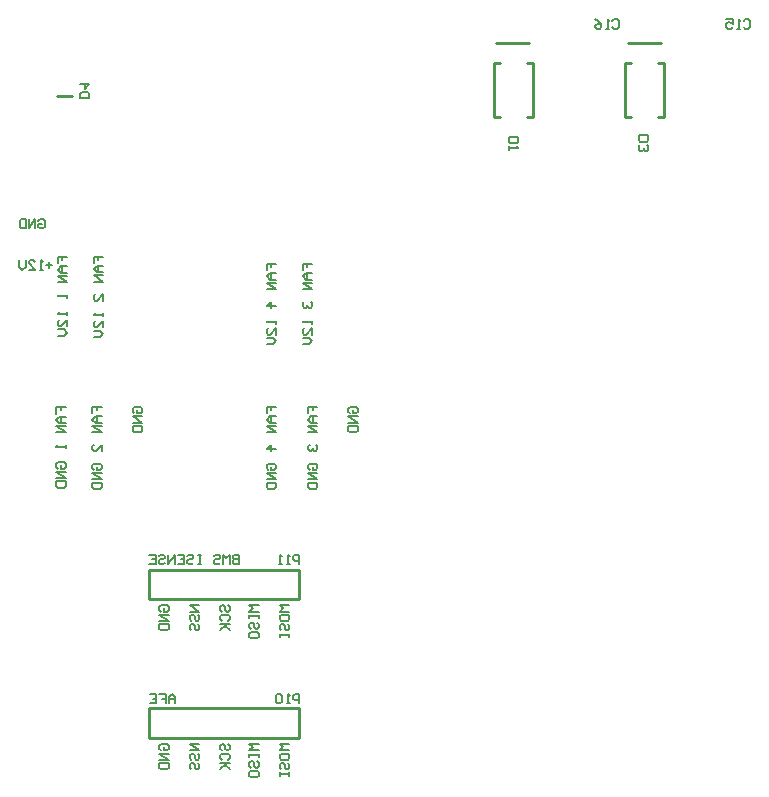
<source format=gbo>
G04*
G04 #@! TF.GenerationSoftware,Altium Limited,Altium Designer,19.1.5 (86)*
G04*
G04 Layer_Color=32896*
%FSLAX25Y25*%
%MOIN*%
G70*
G01*
G75*
%ADD10C,0.01000*%
%ADD14C,0.00591*%
D10*
X29015Y239449D02*
X33740D01*
X219133Y257165D02*
X230133D01*
X218342Y232543D02*
Y250543D01*
X220342D01*
X231342Y232543D02*
Y250543D01*
X229342D02*
X231342D01*
X218342Y232543D02*
X220342D01*
X229342D02*
X231342D01*
X175295Y257165D02*
X186295D01*
X174504Y232543D02*
Y250543D01*
X176504D01*
X187504Y232543D02*
Y250543D01*
X185504D02*
X187504D01*
X174504Y232543D02*
X176504D01*
X185504D02*
X187504D01*
X59488Y25512D02*
X109488D01*
X59488D02*
Y35311D01*
X109488D01*
Y25512D02*
Y35311D01*
X59488Y71772D02*
X109488D01*
X59488D02*
Y81571D01*
X109488D01*
Y71772D02*
Y81571D01*
D14*
X98778Y181366D02*
Y183465D01*
X100352D01*
Y182415D01*
Y183465D01*
X101927D01*
Y180316D02*
X99828D01*
X98778Y179267D01*
X99828Y178217D01*
X101927D01*
X100352D01*
Y180316D01*
X101927Y177167D02*
X98778D01*
X101927Y175068D01*
X98778D01*
X101927Y169296D02*
X98778D01*
X100352Y170870D01*
Y168771D01*
X101927Y164573D02*
Y163523D01*
Y164048D01*
X98778D01*
X99303Y164573D01*
X101927Y159850D02*
Y161949D01*
X99828Y159850D01*
X99303D01*
X98778Y160375D01*
Y161424D01*
X99303Y161949D01*
X98778Y158801D02*
X100877D01*
X101927Y157751D01*
X100877Y156702D01*
X98778D01*
X110786Y181366D02*
Y183465D01*
X112360D01*
Y182415D01*
Y183465D01*
X113934D01*
Y180316D02*
X111835D01*
X110786Y179267D01*
X111835Y178217D01*
X113934D01*
X112360D01*
Y180316D01*
X113934Y177167D02*
X110786D01*
X113934Y175068D01*
X110786D01*
X111311Y170870D02*
X110786Y170345D01*
Y169296D01*
X111311Y168771D01*
X111835D01*
X112360Y169296D01*
Y169821D01*
Y169296D01*
X112885Y168771D01*
X113409D01*
X113934Y169296D01*
Y170345D01*
X113409Y170870D01*
X113934Y164573D02*
Y163523D01*
Y164048D01*
X110786D01*
X111311Y164573D01*
X113934Y159850D02*
Y161949D01*
X111835Y159850D01*
X111311D01*
X110786Y160375D01*
Y161424D01*
X111311Y161949D01*
X110786Y158801D02*
X112885D01*
X113934Y157751D01*
X112885Y156702D01*
X110786D01*
X39704Y238583D02*
X36555D01*
Y240157D01*
X37080Y240682D01*
X39179D01*
X39704Y240157D01*
Y238583D01*
X36555Y243306D02*
X39704D01*
X38130Y241731D01*
Y243830D01*
X27300Y183070D02*
X25201D01*
X26251Y184120D02*
Y182021D01*
X24152Y181496D02*
X23102D01*
X23627D01*
Y184645D01*
X24152Y184120D01*
X19429Y181496D02*
X21528D01*
X19429Y183595D01*
Y184120D01*
X19954Y184645D01*
X21003D01*
X21528Y184120D01*
X18379Y184645D02*
Y182546D01*
X17330Y181496D01*
X16280Y182546D01*
Y184645D01*
X29097Y183637D02*
Y185736D01*
X30672D01*
Y184686D01*
Y185736D01*
X32246D01*
Y182587D02*
X30147D01*
X29097Y181538D01*
X30147Y180488D01*
X32246D01*
X30672D01*
Y182587D01*
X32246Y179439D02*
X29097D01*
X32246Y177339D01*
X29097D01*
X32246Y173141D02*
Y172092D01*
Y172617D01*
X29097D01*
X29622Y173141D01*
X32246Y167369D02*
Y166320D01*
Y166844D01*
X29097D01*
X29622Y167369D01*
X32246Y162646D02*
Y164745D01*
X30147Y162646D01*
X29622D01*
X29097Y163171D01*
Y164220D01*
X29622Y164745D01*
X29097Y161597D02*
X31196D01*
X32246Y160547D01*
X31196Y159497D01*
X29097D01*
X28589Y133559D02*
Y135658D01*
X30163D01*
Y134609D01*
Y135658D01*
X31738D01*
Y132510D02*
X29639D01*
X28589Y131460D01*
X29639Y130411D01*
X31738D01*
X30163D01*
Y132510D01*
X31738Y129361D02*
X28589D01*
X31738Y127262D01*
X28589D01*
X31738Y123064D02*
Y122014D01*
Y122539D01*
X28589D01*
X29114Y123064D01*
Y115193D02*
X28589Y115717D01*
Y116767D01*
X29114Y117292D01*
X31213D01*
X31738Y116767D01*
Y115717D01*
X31213Y115193D01*
X30163D01*
Y116242D01*
X31738Y114143D02*
X28589D01*
X31738Y112044D01*
X28589D01*
Y110994D02*
X31738D01*
Y109420D01*
X31213Y108895D01*
X29114D01*
X28589Y109420D01*
Y110994D01*
X98731Y133653D02*
Y135752D01*
X100305D01*
Y134703D01*
Y135752D01*
X101879D01*
Y132604D02*
X99780D01*
X98731Y131554D01*
X99780Y130505D01*
X101879D01*
X100305D01*
Y132604D01*
X101879Y129455D02*
X98731D01*
X101879Y127356D01*
X98731D01*
X101879Y121584D02*
X98731D01*
X100305Y123158D01*
Y121059D01*
X99256Y114762D02*
X98731Y115287D01*
Y116336D01*
X99256Y116861D01*
X101355D01*
X101879Y116336D01*
Y115287D01*
X101355Y114762D01*
X100305D01*
Y115811D01*
X101879Y113712D02*
X98731D01*
X101879Y111613D01*
X98731D01*
Y110564D02*
X101879D01*
Y108989D01*
X101355Y108465D01*
X99256D01*
X98731Y108989D01*
Y110564D01*
X112529Y133653D02*
Y135752D01*
X114103D01*
Y134703D01*
Y135752D01*
X115678D01*
Y132604D02*
X113579D01*
X112529Y131554D01*
X113579Y130505D01*
X115678D01*
X114103D01*
Y132604D01*
X115678Y129455D02*
X112529D01*
X115678Y127356D01*
X112529D01*
X113054Y123158D02*
X112529Y122633D01*
Y121584D01*
X113054Y121059D01*
X113579D01*
X114103Y121584D01*
Y122108D01*
Y121584D01*
X114628Y121059D01*
X115153D01*
X115678Y121584D01*
Y122633D01*
X115153Y123158D01*
X113054Y114762D02*
X112529Y115287D01*
Y116336D01*
X113054Y116861D01*
X115153D01*
X115678Y116336D01*
Y115287D01*
X115153Y114762D01*
X114103D01*
Y115811D01*
X115678Y113712D02*
X112529D01*
X115678Y111613D01*
X112529D01*
Y110564D02*
X115678D01*
Y108989D01*
X115153Y108465D01*
X113054D01*
X112529Y108989D01*
Y110564D01*
X126504Y133653D02*
X125979Y134178D01*
Y135228D01*
X126504Y135752D01*
X128603D01*
X129128Y135228D01*
Y134178D01*
X128603Y133653D01*
X127554D01*
Y134703D01*
X129128Y132604D02*
X125979D01*
X129128Y130505D01*
X125979D01*
Y129455D02*
X129128D01*
Y127881D01*
X128603Y127356D01*
X126504D01*
X125979Y127881D01*
Y129455D01*
X54654Y133653D02*
X54129Y134178D01*
Y135228D01*
X54654Y135752D01*
X56753D01*
X57278Y135228D01*
Y134178D01*
X56753Y133653D01*
X55703D01*
Y134703D01*
X57278Y132604D02*
X54129D01*
X57278Y130505D01*
X54129D01*
Y129455D02*
X57278D01*
Y127881D01*
X56753Y127356D01*
X54654D01*
X54129Y127881D01*
Y129455D01*
X41093Y183792D02*
Y185891D01*
X42667D01*
Y184842D01*
Y185891D01*
X44242D01*
Y182742D02*
X42143D01*
X41093Y181693D01*
X42143Y180643D01*
X44242D01*
X42667D01*
Y182742D01*
X44242Y179594D02*
X41093D01*
X44242Y177495D01*
X41093D01*
X44242Y171198D02*
Y173297D01*
X42143Y171198D01*
X41618D01*
X41093Y171722D01*
Y172772D01*
X41618Y173297D01*
X44242Y166999D02*
Y165950D01*
Y166475D01*
X41093D01*
X41618Y166999D01*
X44242Y162277D02*
Y164376D01*
X42143Y162277D01*
X41618D01*
X41093Y162801D01*
Y163851D01*
X41618Y164376D01*
X41093Y161227D02*
X43192D01*
X44242Y160178D01*
X43192Y159128D01*
X41093D01*
X40679Y133653D02*
Y135752D01*
X42253D01*
Y134703D01*
Y135752D01*
X43827D01*
Y132604D02*
X41728D01*
X40679Y131554D01*
X41728Y130505D01*
X43827D01*
X42253D01*
Y132604D01*
X43827Y129455D02*
X40679D01*
X43827Y127356D01*
X40679D01*
X43827Y121059D02*
Y123158D01*
X41728Y121059D01*
X41204D01*
X40679Y121584D01*
Y122633D01*
X41204Y123158D01*
Y114762D02*
X40679Y115287D01*
Y116336D01*
X41204Y116861D01*
X43303D01*
X43827Y116336D01*
Y115287D01*
X43303Y114762D01*
X42253D01*
Y115811D01*
X43827Y113712D02*
X40679D01*
X43827Y111613D01*
X40679D01*
Y110564D02*
X43827D01*
Y108989D01*
X43303Y108465D01*
X41204D01*
X40679Y108989D01*
Y110564D01*
X22704Y197906D02*
X23229Y198431D01*
X24278D01*
X24803Y197906D01*
Y195808D01*
X24278Y195283D01*
X23229D01*
X22704Y195808D01*
Y196857D01*
X23754D01*
X21655Y195283D02*
Y198431D01*
X19556Y195283D01*
Y198431D01*
X18506D02*
Y195283D01*
X16932D01*
X16407Y195808D01*
Y197906D01*
X16932Y198431D01*
X18506D01*
X89567Y86490D02*
Y83342D01*
X87993D01*
X87468Y83867D01*
Y84391D01*
X87993Y84916D01*
X89567D01*
X87993D01*
X87468Y85441D01*
Y85966D01*
X87993Y86490D01*
X89567D01*
X86418Y83342D02*
Y86490D01*
X85369Y85441D01*
X84319Y86490D01*
Y83342D01*
X81171Y85966D02*
X81695Y86490D01*
X82745D01*
X83270Y85966D01*
Y85441D01*
X82745Y84916D01*
X81695D01*
X81171Y84391D01*
Y83867D01*
X81695Y83342D01*
X82745D01*
X83270Y83867D01*
X76973Y86490D02*
X75923D01*
X76448D01*
Y83342D01*
X76973D01*
X75923D01*
X72250Y85966D02*
X72774Y86490D01*
X73824D01*
X74349Y85966D01*
Y85441D01*
X73824Y84916D01*
X72774D01*
X72250Y84391D01*
Y83867D01*
X72774Y83342D01*
X73824D01*
X74349Y83867D01*
X69101Y86490D02*
X71200D01*
Y83342D01*
X69101D01*
X71200Y84916D02*
X70151D01*
X68051Y83342D02*
Y86490D01*
X65952Y83342D01*
Y86490D01*
X62804Y85966D02*
X63329Y86490D01*
X64378D01*
X64903Y85966D01*
Y85441D01*
X64378Y84916D01*
X63329D01*
X62804Y84391D01*
Y83867D01*
X63329Y83342D01*
X64378D01*
X64903Y83867D01*
X59655Y86490D02*
X61754D01*
Y83342D01*
X59655D01*
X61754Y84916D02*
X60705D01*
X68240Y36937D02*
Y39036D01*
X67190Y40086D01*
X66141Y39036D01*
Y36937D01*
Y38511D01*
X68240D01*
X62992Y40086D02*
X65091D01*
Y38511D01*
X64042D01*
X65091D01*
Y36937D01*
X59843Y40086D02*
X61942D01*
Y36937D01*
X59843D01*
X61942Y38511D02*
X60893D01*
X106299Y23388D02*
X103151D01*
X104200Y22338D01*
X103151Y21289D01*
X106299D01*
X103151Y18665D02*
Y19714D01*
X103675Y20239D01*
X105774D01*
X106299Y19714D01*
Y18665D01*
X105774Y18140D01*
X103675D01*
X103151Y18665D01*
X103675Y14991D02*
X103151Y15516D01*
Y16566D01*
X103675Y17090D01*
X104200D01*
X104725Y16566D01*
Y15516D01*
X105250Y14991D01*
X105774D01*
X106299Y15516D01*
Y16566D01*
X105774Y17090D01*
X103151Y13942D02*
Y12892D01*
Y13417D01*
X106299D01*
Y13942D01*
Y12892D01*
X96152Y23388D02*
X93003D01*
X94053Y22338D01*
X93003Y21289D01*
X96152D01*
X93003Y20239D02*
Y19190D01*
Y19714D01*
X96152D01*
Y20239D01*
Y19190D01*
X93528Y15516D02*
X93003Y16041D01*
Y17090D01*
X93528Y17615D01*
X94053D01*
X94578Y17090D01*
Y16041D01*
X95102Y15516D01*
X95627D01*
X96152Y16041D01*
Y17090D01*
X95627Y17615D01*
X93003Y12892D02*
Y13942D01*
X93528Y14467D01*
X95627D01*
X96152Y13942D01*
Y12892D01*
X95627Y12368D01*
X93528D01*
X93003Y12892D01*
X83833Y21289D02*
X83308Y21813D01*
Y22863D01*
X83833Y23388D01*
X84358D01*
X84882Y22863D01*
Y21813D01*
X85407Y21289D01*
X85932D01*
X86457Y21813D01*
Y22863D01*
X85932Y23388D01*
X83833Y18140D02*
X83308Y18665D01*
Y19714D01*
X83833Y20239D01*
X85932D01*
X86457Y19714D01*
Y18665D01*
X85932Y18140D01*
X83308Y17090D02*
X86457D01*
X85407D01*
X83308Y14991D01*
X84882Y16566D01*
X86457Y14991D01*
X76304Y23388D02*
X73155D01*
X76304Y21289D01*
X73155D01*
X73680Y18140D02*
X73155Y18665D01*
Y19714D01*
X73680Y20239D01*
X74205D01*
X74729Y19714D01*
Y18665D01*
X75254Y18140D01*
X75779D01*
X76304Y18665D01*
Y19714D01*
X75779Y20239D01*
X73680Y14991D02*
X73155Y15516D01*
Y16566D01*
X73680Y17090D01*
X74205D01*
X74729Y16566D01*
Y15516D01*
X75254Y14991D01*
X75779D01*
X76304Y15516D01*
Y16566D01*
X75779Y17090D01*
X63518Y21289D02*
X62993Y21813D01*
Y22863D01*
X63518Y23388D01*
X65617D01*
X66142Y22863D01*
Y21813D01*
X65617Y21289D01*
X64567D01*
Y22338D01*
X66142Y20239D02*
X62993D01*
X66142Y18140D01*
X62993D01*
Y17090D02*
X66142D01*
Y15516D01*
X65617Y14991D01*
X63518D01*
X62993Y15516D01*
Y17090D01*
X63518Y67549D02*
X62993Y68073D01*
Y69123D01*
X63518Y69648D01*
X65617D01*
X66142Y69123D01*
Y68073D01*
X65617Y67549D01*
X64567D01*
Y68598D01*
X66142Y66499D02*
X62993D01*
X66142Y64400D01*
X62993D01*
Y63350D02*
X66142D01*
Y61776D01*
X65617Y61251D01*
X63518D01*
X62993Y61776D01*
Y63350D01*
X76304Y69648D02*
X73155D01*
X76304Y67549D01*
X73155D01*
X73680Y64400D02*
X73155Y64925D01*
Y65974D01*
X73680Y66499D01*
X74205D01*
X74729Y65974D01*
Y64925D01*
X75254Y64400D01*
X75779D01*
X76304Y64925D01*
Y65974D01*
X75779Y66499D01*
X73680Y61251D02*
X73155Y61776D01*
Y62826D01*
X73680Y63350D01*
X74205D01*
X74729Y62826D01*
Y61776D01*
X75254Y61251D01*
X75779D01*
X76304Y61776D01*
Y62826D01*
X75779Y63350D01*
X83833Y67549D02*
X83308Y68073D01*
Y69123D01*
X83833Y69648D01*
X84358D01*
X84882Y69123D01*
Y68073D01*
X85407Y67549D01*
X85932D01*
X86457Y68073D01*
Y69123D01*
X85932Y69648D01*
X83833Y64400D02*
X83308Y64925D01*
Y65974D01*
X83833Y66499D01*
X85932D01*
X86457Y65974D01*
Y64925D01*
X85932Y64400D01*
X83308Y63350D02*
X86457D01*
X85407D01*
X83308Y61251D01*
X84882Y62826D01*
X86457Y61251D01*
X96152Y69648D02*
X93003D01*
X94053Y68598D01*
X93003Y67549D01*
X96152D01*
X93003Y66499D02*
Y65449D01*
Y65974D01*
X96152D01*
Y66499D01*
Y65449D01*
X93528Y61776D02*
X93003Y62301D01*
Y63350D01*
X93528Y63875D01*
X94053D01*
X94578Y63350D01*
Y62301D01*
X95102Y61776D01*
X95627D01*
X96152Y62301D01*
Y63350D01*
X95627Y63875D01*
X93003Y59152D02*
Y60202D01*
X93528Y60726D01*
X95627D01*
X96152Y60202D01*
Y59152D01*
X95627Y58627D01*
X93528D01*
X93003Y59152D01*
X106299Y69648D02*
X103151D01*
X104200Y68598D01*
X103151Y67549D01*
X106299D01*
X103151Y64925D02*
Y65974D01*
X103675Y66499D01*
X105774D01*
X106299Y65974D01*
Y64925D01*
X105774Y64400D01*
X103675D01*
X103151Y64925D01*
X103675Y61251D02*
X103151Y61776D01*
Y62826D01*
X103675Y63350D01*
X104200D01*
X104725Y62826D01*
Y61776D01*
X105250Y61251D01*
X105774D01*
X106299Y61776D01*
Y62826D01*
X105774Y63350D01*
X103151Y60202D02*
Y59152D01*
Y59677D01*
X106299D01*
Y60202D01*
Y59152D01*
X214043Y264435D02*
X214567Y264960D01*
X215617D01*
X216142Y264435D01*
Y262336D01*
X215617Y261811D01*
X214567D01*
X214043Y262336D01*
X212993Y261811D02*
X211944D01*
X212468D01*
Y264960D01*
X212993Y264435D01*
X208270Y264960D02*
X209320Y264435D01*
X210369Y263385D01*
Y262336D01*
X209844Y261811D01*
X208795D01*
X208270Y262336D01*
Y262861D01*
X208795Y263385D01*
X210369D01*
X257744Y264435D02*
X258268Y264960D01*
X259318D01*
X259842Y264435D01*
Y262336D01*
X259318Y261811D01*
X258268D01*
X257744Y262336D01*
X256694Y261811D02*
X255644D01*
X256169D01*
Y264960D01*
X256694Y264435D01*
X251971Y264960D02*
X254070D01*
Y263385D01*
X253021Y263910D01*
X252496D01*
X251971Y263385D01*
Y262336D01*
X252496Y261811D01*
X253545D01*
X254070Y262336D01*
X109631Y83342D02*
Y86490D01*
X108056D01*
X107532Y85966D01*
Y84916D01*
X108056Y84391D01*
X109631D01*
X106482Y83342D02*
X105433D01*
X105957D01*
Y86490D01*
X106482Y85966D01*
X103858Y83342D02*
X102809D01*
X103333D01*
Y86490D01*
X103858Y85966D01*
X109631Y36937D02*
Y40086D01*
X108056D01*
X107532Y39561D01*
Y38511D01*
X108056Y37986D01*
X109631D01*
X106482Y36937D02*
X105433D01*
X105957D01*
Y40086D01*
X106482Y39561D01*
X103858D02*
X103333Y40086D01*
X102284D01*
X101759Y39561D01*
Y37462D01*
X102284Y36937D01*
X103333D01*
X103858Y37462D01*
Y39561D01*
X222837Y226260D02*
X225986D01*
Y224686D01*
X225461Y224161D01*
X223362D01*
X222837Y224686D01*
Y226260D01*
X223362Y223111D02*
X222837Y222586D01*
Y221537D01*
X223362Y221012D01*
X223887D01*
X224411Y221537D01*
Y222062D01*
Y221537D01*
X224936Y221012D01*
X225461D01*
X225986Y221537D01*
Y222586D01*
X225461Y223111D01*
X182603Y225731D02*
X179454D01*
Y224156D01*
X179979Y223632D01*
X182078D01*
X182603Y224156D01*
Y225731D01*
X179454Y222582D02*
Y221533D01*
Y222057D01*
X182603D01*
X182078Y222582D01*
M02*

</source>
